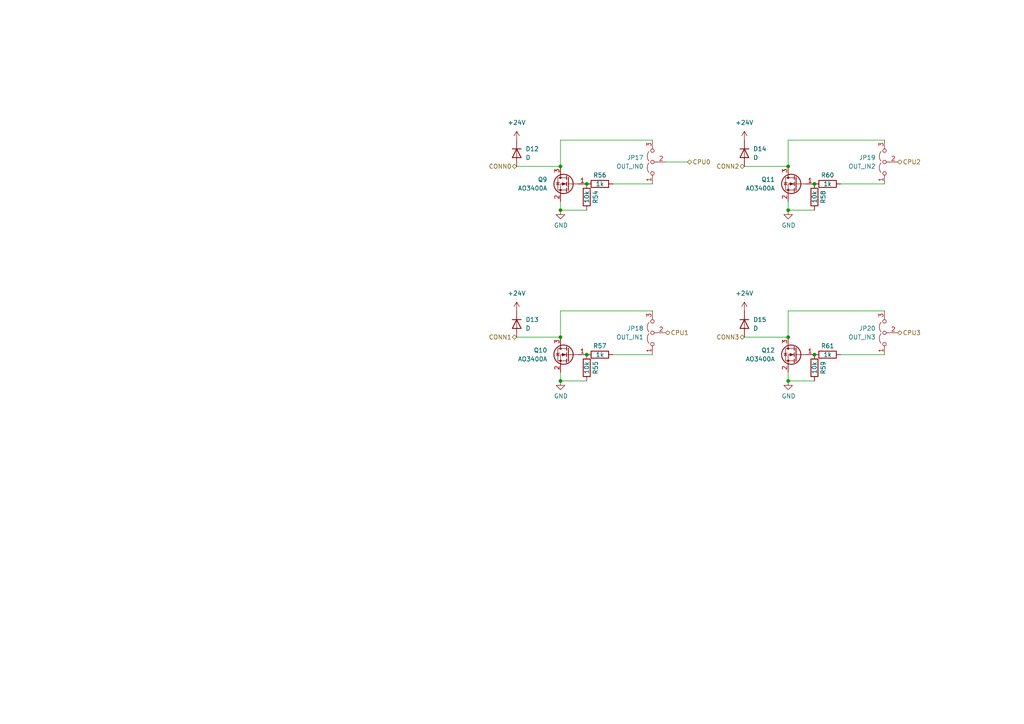
<source format=kicad_sch>
(kicad_sch (version 20211123) (generator eeschema)
  (paper "A4")
  (lib_symbols
    (symbol "Device:D" (pin_numbers hide) (pin_names (offset 1.016) hide)
      (property "Reference" "D" (at 0 2.54 0))
      (property "Value" "D" (at 0 -2.54 0))
      (symbol "D_0_1"
        (polyline (pts (xy -1.27 1.27) (xy -1.27 -1.27)) (stroke (width 0.254)))
        (polyline (pts (xy 1.27 0) (xy -1.27 0)))
        (polyline (pts (xy 1.27 1.27) (xy 1.27 -1.27) (xy -1.27 0) (xy 1.27 1.27)) (stroke (width 0.254)))
      )
      (symbol "D_1_1"
        (pin passive line (at -3.81 0 0) (length 2.54) (name "K") (number "1"))
        (pin passive line (at 3.81 0 180) (length 2.54) (name "A") (number "2"))
      )
    )
    (symbol "Device:R" (pin_numbers hide) (pin_names (offset 0))
      (property "Reference" "R" (at 2.032 0 90))
      (property "Value" "R" (at 0 0 90))
      (symbol "R_0_1"
        (rectangle (start -1.016 -2.54) (end 1.016 2.54) (stroke (width 0.254)))
      )
      (symbol "R_1_1"
        (pin passive line (at 0 3.81 270) (length 1.27) (name "~") (number "1"))
        (pin passive line (at 0 -3.81 90) (length 1.27) (name "~") (number "2"))
      )
    )
    (symbol "Jumper:Jumper_3_Open" (pin_names (offset 0) hide)
      (property "Reference" "JP" (at -2.54 -2.54 0))
      (property "Value" "Jumper_3_Open" (at 0 2.794 0))
      (symbol "Jumper_3_Open_0_0"
        (circle (center -3.302 0) (radius 0.508))
        (circle (center 0 0) (radius 0.508))
        (circle (center 3.302 0) (radius 0.508))
      )
      (symbol "Jumper_3_Open_0_1"
        (arc (start -0.254 1.016) (mid -1.651 1.4992) (end -3.048 1.016))
        (polyline (pts (xy 0 -0.508) (xy 0 -1.27)))
        (arc (start 3.048 1.016) (mid 1.651 1.4992) (end 0.254 1.016))
      )
      (symbol "Jumper_3_Open_1_1"
        (pin passive line (at -6.35 0 0) (length 2.54) (name "A") (number "1"))
        (pin input line (at 0 -3.81 90) (length 2.54) (name "C") (number "2"))
        (pin passive line (at 6.35 0 180) (length 2.54) (name "B") (number "3"))
      )
    )
    (symbol "Transistor_FET:AO3400A" (pin_names hide)
      (property "Reference" "Q" (at 5.08 1.905 0))
      (property "Value" "AO3400A" (at 5.08 0 0))
      (symbol "AO3400A_0_1"
        (polyline (pts (xy 0.254 0) (xy -2.54 0)))
        (polyline (pts (xy 0.254 1.905) (xy 0.254 -1.905)) (stroke (width 0.254)))
        (polyline (pts (xy 0.762 -1.27) (xy 0.762 -2.286)) (stroke (width 0.254)))
        (polyline (pts (xy 0.762 0.508) (xy 0.762 -0.508)) (stroke (width 0.254)))
        (polyline (pts (xy 0.762 2.286) (xy 0.762 1.27)) (stroke (width 0.254)))
        (polyline (pts (xy 2.54 2.54) (xy 2.54 1.778)))
        (polyline (pts (xy 2.54 -2.54) (xy 2.54 0) (xy 0.762 0)))
        (polyline (pts (xy 0.762 -1.778) (xy 3.302 -1.778) (xy 3.302 1.778) (xy 0.762 1.778)))
        (polyline (pts (xy 1.016 0) (xy 2.032 0.381) (xy 2.032 -0.381) (xy 1.016 0)) (fill (type outline)))
        (polyline (pts (xy 2.794 0.508) (xy 2.921 0.381) (xy 3.683 0.381) (xy 3.81 0.254)))
        (polyline (pts (xy 3.302 0.381) (xy 2.921 -0.254) (xy 3.683 -0.254) (xy 3.302 0.381)))
        (circle (center 1.651 0) (radius 2.794) (stroke (width 0.254)))
        (circle (center 2.54 -1.778) (radius 0.254) (fill (type outline)))
        (circle (center 2.54 1.778) (radius 0.254) (fill (type outline)))
      )
      (symbol "AO3400A_1_1"
        (pin input line (at -5.08 0 0) (length 2.54) (name "G") (number "1"))
        (pin passive line (at 2.54 -5.08 90) (length 2.54) (name "S") (number "2"))
        (pin passive line (at 2.54 5.08 270) (length 2.54) (name "D") (number "3"))
      )
    )
    (symbol "power:+24V" (power) (pin_names (offset 0))
      (property "Value" "+24V" (at 0 3.556 0))
      (symbol "+24V_0_1"
        (polyline (pts (xy -0.762 1.27) (xy 0 2.54)))
        (polyline (pts (xy 0 0) (xy 0 2.54)))
        (polyline (pts (xy 0 2.54) (xy 0.762 1.27)))
      )
      (symbol "+24V_1_1"
        (pin power_in line (at 0 0 90) (length 0) hide (name "+24V") (number "1"))
      )
    )
    (symbol "power:GND" (power) (pin_names (offset 0))
      (property "Value" "GND" (at 0 -3.81 0))
      (symbol "GND_0_1"
        (polyline (pts (xy 0 0) (xy 0 -1.27) (xy 1.27 -1.27) (xy 0 -2.54) (xy -1.27 -1.27) (xy 0 -1.27)))
      )
      (symbol "GND_1_1"
        (pin power_in line (at 0 0 270) (length 0) hide (name "GND") (number "1"))
      )
    )
  )
  (junction (at 162.56 48.26))
  (junction (at 162.56 110.49))
  (junction (at 170.18 53.34))
  (junction (at 236.22 102.87))
  (junction (at 228.6 110.49))
  (junction (at 236.22 53.34))
  (junction (at 228.6 48.26))
  (junction (at 170.18 102.87))
  (junction (at 162.56 60.96))
  (junction (at 228.6 60.96))
  (junction (at 228.6 97.79))
  (junction (at 162.56 97.79))
  (wire (pts (xy 193.04 46.99) (xy 199.39 46.99)))
  (wire (pts (xy 228.6 107.95) (xy 228.6 110.49)))
  (wire (pts (xy 256.54 40.64) (xy 228.6 40.64)))
  (wire (pts (xy 162.56 58.42) (xy 162.56 60.96)))
  (wire (pts (xy 215.9 97.79) (xy 228.6 97.79)))
  (wire (pts (xy 243.84 102.87) (xy 256.54 102.87)))
  (wire (pts (xy 256.54 90.17) (xy 228.6 90.17)))
  (wire (pts (xy 162.56 90.17) (xy 162.56 97.79)))
  (wire (pts (xy 228.6 58.42) (xy 228.6 60.96)))
  (wire (pts (xy 162.56 40.64) (xy 189.23 40.64)))
  (wire (pts (xy 162.56 107.95) (xy 162.56 110.49)))
  (wire (pts (xy 215.9 48.26) (xy 228.6 48.26)))
  (wire (pts (xy 149.86 48.26) (xy 162.56 48.26)))
  (wire (pts (xy 177.8 53.34) (xy 189.23 53.34)))
  (wire (pts (xy 189.23 90.17) (xy 162.56 90.17)))
  (wire (pts (xy 228.6 40.64) (xy 228.6 48.26)))
  (wire (pts (xy 228.6 90.17) (xy 228.6 97.79)))
  (wire (pts (xy 149.86 97.79) (xy 162.56 97.79)))
  (wire (pts (xy 162.56 60.96) (xy 170.18 60.96)))
  (wire (pts (xy 162.56 48.26) (xy 162.56 40.64)))
  (wire (pts (xy 243.84 53.34) (xy 256.54 53.34)))
  (wire (pts (xy 228.6 60.96) (xy 236.22 60.96)))
  (wire (pts (xy 177.8 102.87) (xy 189.23 102.87)))
  (wire (pts (xy 162.56 110.49) (xy 170.18 110.49)))
  (wire (pts (xy 228.6 110.49) (xy 236.22 110.49)))
  (hierarchical_label "CONN0" (shape bidirectional) (at 149.86 48.26 180))
  (hierarchical_label "CPU3" (shape bidirectional) (at 260.35 96.52 0))
  (hierarchical_label "CPU1" (shape bidirectional) (at 193.04 96.52 0))
  (hierarchical_label "CONN3" (shape bidirectional) (at 215.9 97.79 180))
  (hierarchical_label "CPU2" (shape bidirectional) (at 260.35 46.99 0))
  (hierarchical_label "CONN2" (shape bidirectional) (at 215.9 48.26 180))
  (hierarchical_label "CPU0" (shape bidirectional) (at 199.39 46.99 0))
  (hierarchical_label "CONN1" (shape bidirectional) (at 149.86 97.79 180))
  (symbol (lib_id "power:GND") (at 162.56 60.96 0) (unit 1)
    (property "Reference" "#PWR068" (effects hide))
    (property "Value" "GND" (at 162.687 65.3542 0))
  )
  (symbol (lib_id "Device:R") (at 236.22 106.68 180) (unit 1)
    (property "Reference" "R59" (at 238.76 106.68 90))
    (property "Value" "10k" (at 236.22 106.68 90))
    (property "Footprint" "Resistor_SMD:R_0603_1608Metric" (effects hide))
  )
  (symbol (lib_id "Device:R") (at 240.03 102.87 270) (unit 1)
    (property "Reference" "R61" (at 240.03 100.33 90))
    (property "Value" "1k" (at 240.03 102.87 90))
    (property "Footprint" "Resistor_SMD:R_0603_1608Metric" (effects hide))
  )
  (symbol (lib_id "power:GND") (at 228.6 110.49 0) (unit 1)
    (property "Reference" "#PWR073" (effects hide))
    (property "Value" "GND" (at 228.727 114.8842 0))
  )
  (symbol (lib_id "Device:D") (at 215.9 93.98 270) (unit 1)
    (property "Reference" "D15" (at 218.44 92.7099 90) (effects (justify left)))
    (property "Value" "D" (at 218.44 95.2499 90) (effects (justify left)))
    (property "Footprint" "Diode_SMD:D_SOD-123" (effects hide))
  )
  (symbol (lib_id "Transistor_FET:AO3400A") (at 165.1 102.87 0) (mirror y) (unit 1)
    (property "Reference" "Q10" (at 158.75 101.5999 0) (effects (justify left)))
    (property "Value" "AO3400A" (at 158.75 104.1399 0) (effects (justify left)))
    (property "Footprint" "Package_TO_SOT_SMD:SOT-23" (effects hide))
    (property "Datasheet" "http://www.aosmd.com/pdfs/datasheet/AO3400A.pdf" (effects hide))
  )
  (symbol (lib_id "power:+24V") (at 149.86 40.64 0) (unit 1)
    (property "Reference" "#PWR066" (effects hide))
    (property "Value" "+24V" (at 149.86 35.56 0))
  )
  (symbol (lib_id "Device:D") (at 149.86 44.45 270) (unit 1)
    (property "Reference" "D12" (at 152.4 43.1799 90) (effects (justify left)))
    (property "Value" "D" (at 152.4 45.7199 90) (effects (justify left)))
    (property "Footprint" "Diode_SMD:D_SOD-123" (effects hide))
  )
  (symbol (lib_id "power:+24V") (at 215.9 90.17 0) (unit 1)
    (property "Reference" "#PWR071" (effects hide))
    (property "Value" "+24V" (at 215.9 85.09 0))
  )
  (symbol (lib_id "Jumper:Jumper_3_Open") (at 256.54 46.99 90) (unit 1)
    (property "Reference" "JP19" (at 254 45.7199 90) (effects (justify left)))
    (property "Value" "OUT_IN2" (at 254 48.2599 90) (effects (justify left)))
    (property "Footprint" "Jumper:SolderJumper-3_P1.3mm_Open_RoundedPad1.0x1.5mm" (effects hide))
  )
  (symbol (lib_id "Jumper:Jumper_3_Open") (at 189.23 46.99 90) (unit 1)
    (property "Reference" "JP17" (at 186.69 45.7199 90) (effects (justify left)))
    (property "Value" "OUT_IN0" (at 186.69 48.2599 90) (effects (justify left)))
    (property "Footprint" "Jumper:SolderJumper-3_P1.3mm_Open_RoundedPad1.0x1.5mm" (effects hide))
  )
  (symbol (lib_id "Device:R") (at 170.18 57.15 180) (unit 1)
    (property "Reference" "R54" (at 172.72 57.15 90))
    (property "Value" "10k" (at 170.18 57.15 90))
    (property "Footprint" "Resistor_SMD:R_0603_1608Metric" (effects hide))
  )
  (symbol (lib_id "Device:R") (at 240.03 53.34 270) (unit 1)
    (property "Reference" "R60" (at 240.03 50.8 90))
    (property "Value" "1k" (at 240.03 53.34 90))
    (property "Footprint" "Resistor_SMD:R_0603_1608Metric" (effects hide))
  )
  (symbol (lib_id "power:+24V") (at 215.9 40.64 0) (unit 1)
    (property "Reference" "#PWR070" (effects hide))
    (property "Value" "+24V" (at 215.9 35.56 0))
  )
  (symbol (lib_id "Jumper:Jumper_3_Open") (at 256.54 96.52 90) (unit 1)
    (property "Reference" "JP20" (at 254 95.2499 90) (effects (justify left)))
    (property "Value" "OUT_IN3" (at 254 97.7899 90) (effects (justify left)))
    (property "Footprint" "Jumper:SolderJumper-3_P1.3mm_Open_RoundedPad1.0x1.5mm" (effects hide))
  )
  (symbol (lib_id "Device:D") (at 215.9 44.45 270) (unit 1)
    (property "Reference" "D14" (at 218.44 43.1799 90) (effects (justify left)))
    (property "Value" "D" (at 218.44 45.7199 90) (effects (justify left)))
    (property "Footprint" "Diode_SMD:D_SOD-123" (effects hide))
  )
  (symbol (lib_id "Device:R") (at 173.99 102.87 270) (unit 1)
    (property "Reference" "R57" (at 173.99 100.33 90))
    (property "Value" "1k" (at 173.99 102.87 90))
    (property "Footprint" "Resistor_SMD:R_0603_1608Metric" (effects hide))
  )
  (symbol (lib_id "power:GND") (at 162.56 110.49 0) (unit 1)
    (property "Reference" "#PWR069" (effects hide))
    (property "Value" "GND" (at 162.687 114.8842 0))
  )
  (symbol (lib_id "power:+24V") (at 149.86 90.17 0) (unit 1)
    (property "Reference" "#PWR067" (effects hide))
    (property "Value" "+24V" (at 149.86 85.09 0))
  )
  (symbol (lib_id "Device:R") (at 236.22 57.15 180) (unit 1)
    (property "Reference" "R58" (at 238.76 57.15 90))
    (property "Value" "10k" (at 236.22 57.15 90))
    (property "Footprint" "Resistor_SMD:R_0603_1608Metric" (effects hide))
  )
  (symbol (lib_id "Transistor_FET:AO3400A") (at 165.1 53.34 0) (mirror y) (unit 1)
    (property "Reference" "Q9" (at 158.75 52.0699 0) (effects (justify left)))
    (property "Value" "AO3400A" (at 158.75 54.6099 0) (effects (justify left)))
    (property "Footprint" "Package_TO_SOT_SMD:SOT-23" (effects hide))
    (property "Datasheet" "http://www.aosmd.com/pdfs/datasheet/AO3400A.pdf" (effects hide))
  )
  (symbol (lib_id "Transistor_FET:AO3400A") (at 231.14 53.34 0) (mirror y) (unit 1)
    (property "Reference" "Q11" (at 224.79 52.0699 0) (effects (justify left)))
    (property "Value" "AO3400A" (at 224.79 54.6099 0) (effects (justify left)))
    (property "Footprint" "Package_TO_SOT_SMD:SOT-23" (effects hide))
    (property "Datasheet" "http://www.aosmd.com/pdfs/datasheet/AO3400A.pdf" (effects hide))
  )
  (symbol (lib_id "Device:R") (at 170.18 106.68 180) (unit 1)
    (property "Reference" "R55" (at 172.72 106.68 90))
    (property "Value" "10k" (at 170.18 106.68 90))
    (property "Footprint" "Resistor_SMD:R_0603_1608Metric" (effects hide))
  )
  (symbol (lib_id "Transistor_FET:AO3400A") (at 231.14 102.87 0) (mirror y) (unit 1)
    (property "Reference" "Q12" (at 224.79 101.5999 0) (effects (justify left)))
    (property "Value" "AO3400A" (at 224.79 104.1399 0) (effects (justify left)))
    (property "Footprint" "Package_TO_SOT_SMD:SOT-23" (effects hide))
    (property "Datasheet" "http://www.aosmd.com/pdfs/datasheet/AO3400A.pdf" (effects hide))
  )
  (symbol (lib_id "power:GND") (at 228.6 60.96 0) (unit 1)
    (property "Reference" "#PWR072" (effects hide))
    (property "Value" "GND" (at 228.727 65.3542 0))
  )
  (symbol (lib_id "Device:R") (at 173.99 53.34 270) (unit 1)
    (property "Reference" "R56" (at 173.99 50.8 90))
    (property "Value" "1k" (at 173.99 53.34 90))
    (property "Footprint" "Resistor_SMD:R_0603_1608Metric" (effects hide))
  )
  (symbol (lib_id "Jumper:Jumper_3_Open") (at 189.23 96.52 90) (unit 1)
    (property "Reference" "JP18" (at 186.69 95.2499 90) (effects (justify left)))
    (property "Value" "OUT_IN1" (at 186.69 97.7899 90) (effects (justify left)))
    (property "Footprint" "Jumper:SolderJumper-3_P1.3mm_Open_RoundedPad1.0x1.5mm" (effects hide))
  )
  (symbol (lib_id "Device:D") (at 149.86 93.98 270) (unit 1)
    (property "Reference" "D13" (at 152.4 92.7099 90) (effects (justify left)))
    (property "Value" "D" (at 152.4 95.2499 90) (effects (justify left)))
    (property "Footprint" "Diode_SMD:D_SOD-123" (effects hide))
  )
)
</source>
